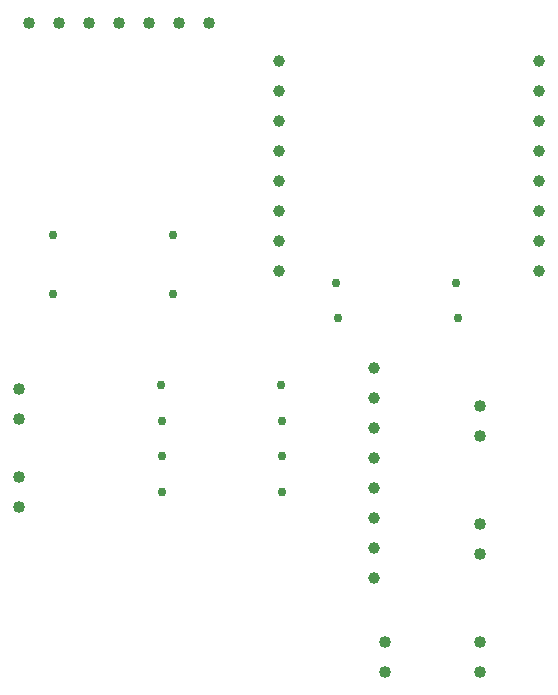
<source format=gbr>
G04 PROTEUS GERBER X2 FILE*
%TF.GenerationSoftware,Labcenter,Proteus,8.5-SP0-Build22067*%
%TF.CreationDate,2018-12-13T00:00:26+00:00*%
%TF.FileFunction,Plated,1,16,PTH*%
%TF.FilePolarity,Positive*%
%TF.Part,Single*%
%FSLAX45Y45*%
%MOMM*%
G01*
%TA.AperFunction,ComponentDrill*%
%ADD18C,1.000000*%
%ADD19C,1.016000*%
%ADD70C,0.762000*%
D18*
X+2300000Y+2278000D03*
X+2300000Y+2024000D03*
X+2300000Y+1770000D03*
X+2300000Y+1516000D03*
X+2300000Y+1262000D03*
X+2300000Y+1008000D03*
X+2300000Y+754000D03*
X+2300000Y+500000D03*
X+100000Y+2278000D03*
X+100000Y+2024000D03*
X+100000Y+1770000D03*
X+100000Y+1516000D03*
X+100000Y+1262000D03*
X+100000Y+1008000D03*
X+100000Y+754000D03*
X+100000Y+500000D03*
D19*
X-2020000Y+2600000D03*
X-1766000Y+2600000D03*
X-1512000Y+2600000D03*
X-1258000Y+2600000D03*
X-1004000Y+2600000D03*
X-750000Y+2600000D03*
X-496000Y+2600000D03*
X+1800000Y-900000D03*
X+1800000Y-646000D03*
X+1800000Y-1900000D03*
X+1800000Y-1646000D03*
X+1800000Y-2900000D03*
X+1800000Y-2646000D03*
X+1000000Y-2900000D03*
X+1000000Y-2646000D03*
X-2100000Y-1500000D03*
X-2100000Y-1246000D03*
X-2100000Y-500000D03*
X-2100000Y-754000D03*
D70*
X-900000Y-470000D03*
X+116000Y-470000D03*
X-890000Y-770000D03*
X+126000Y-770000D03*
X-890000Y-1070000D03*
X+126000Y-1070000D03*
X+120000Y-1370000D03*
X-896000Y-1370000D03*
X-1816000Y+300000D03*
X-800000Y+300000D03*
X+600000Y+100000D03*
X+1616000Y+100000D03*
X-800000Y+800000D03*
X-1816000Y+800000D03*
X+1600000Y+400000D03*
X+584000Y+400000D03*
D18*
X+900000Y-2100000D03*
X+900000Y-1846000D03*
X+900000Y-1592000D03*
X+900000Y-1338000D03*
X+900000Y-1084000D03*
X+900000Y-830000D03*
X+900000Y-576000D03*
X+900000Y-322000D03*
M02*

</source>
